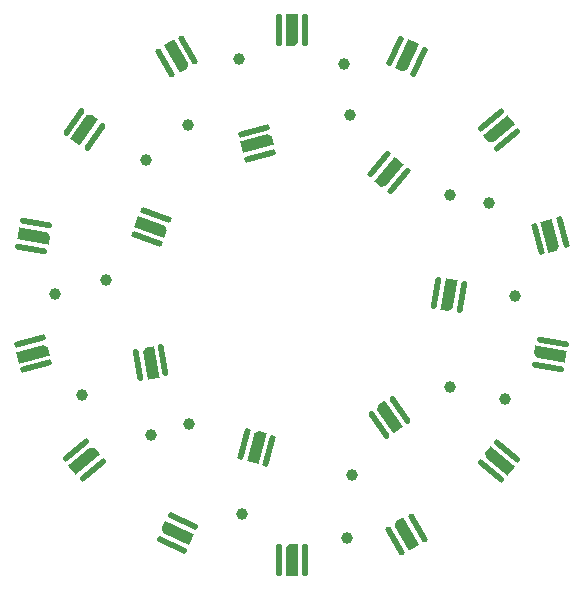
<source format=gbr>
%TF.GenerationSoftware,KiCad,Pcbnew,7.0.1*%
%TF.CreationDate,2023-12-14T16:04:10+01:00*%
%TF.ProjectId,led-ring-v2,6c65642d-7269-46e6-972d-76322e6b6963,rev?*%
%TF.SameCoordinates,Original*%
%TF.FileFunction,Paste,Top*%
%TF.FilePolarity,Positive*%
%FSLAX46Y46*%
G04 Gerber Fmt 4.6, Leading zero omitted, Abs format (unit mm)*
G04 Created by KiCad (PCBNEW 7.0.1) date 2023-12-14 16:04:10*
%MOMM*%
%LPD*%
G01*
G04 APERTURE LIST*
G04 Aperture macros list*
%AMRoundRect*
0 Rectangle with rounded corners*
0 $1 Rounding radius*
0 $2 $3 $4 $5 $6 $7 $8 $9 X,Y pos of 4 corners*
0 Add a 4 corners polygon primitive as box body*
4,1,4,$2,$3,$4,$5,$6,$7,$8,$9,$2,$3,0*
0 Add four circle primitives for the rounded corners*
1,1,$1+$1,$2,$3*
1,1,$1+$1,$4,$5*
1,1,$1+$1,$6,$7*
1,1,$1+$1,$8,$9*
0 Add four rect primitives between the rounded corners*
20,1,$1+$1,$2,$3,$4,$5,0*
20,1,$1+$1,$4,$5,$6,$7,0*
20,1,$1+$1,$6,$7,$8,$9,0*
20,1,$1+$1,$8,$9,$2,$3,0*%
%AMOutline5P*
0 Free polygon, 5 corners , with rotation*
0 The origin of the aperture is its center*
0 number of corners: always 5*
0 $1 to $10 corner X, Y*
0 $11 Rotation angle, in degrees counterclockwise*
0 create outline with 5 corners*
4,1,5,$1,$2,$3,$4,$5,$6,$7,$8,$9,$10,$1,$2,$11*%
%AMOutline6P*
0 Free polygon, 6 corners , with rotation*
0 The origin of the aperture is its center*
0 number of corners: always 6*
0 $1 to $12 corner X, Y*
0 $13 Rotation angle, in degrees counterclockwise*
0 create outline with 6 corners*
4,1,6,$1,$2,$3,$4,$5,$6,$7,$8,$9,$10,$11,$12,$1,$2,$13*%
%AMOutline7P*
0 Free polygon, 7 corners , with rotation*
0 The origin of the aperture is its center*
0 number of corners: always 7*
0 $1 to $14 corner X, Y*
0 $15 Rotation angle, in degrees counterclockwise*
0 create outline with 7 corners*
4,1,7,$1,$2,$3,$4,$5,$6,$7,$8,$9,$10,$11,$12,$13,$14,$1,$2,$15*%
%AMOutline8P*
0 Free polygon, 8 corners , with rotation*
0 The origin of the aperture is its center*
0 number of corners: always 8*
0 $1 to $16 corner X, Y*
0 $17 Rotation angle, in degrees counterclockwise*
0 create outline with 8 corners*
4,1,8,$1,$2,$3,$4,$5,$6,$7,$8,$9,$10,$11,$12,$13,$14,$15,$16,$1,$2,$17*%
G04 Aperture macros list end*
%ADD10RoundRect,0.125000X0.858056X0.883170X-1.018753X-0.691659X-0.858056X-0.883170X1.018753X0.691659X0*%
%ADD11Outline5P,-1.350000X0.500000X1.350000X0.500000X1.350000X-0.500000X-1.050000X-0.500000X-1.350000X-0.200000X220.000000*%
%ADD12RoundRect,0.125000X0.720753X-0.998381X-0.504247X1.123381X-0.720753X0.998381X0.504247X-1.123381X0*%
%ADD13Outline5P,-1.350000X0.500000X1.350000X0.500000X1.350000X-0.500000X-1.050000X-0.500000X-1.350000X-0.200000X120.000000*%
%ADD14RoundRect,0.125000X-0.125000X1.225000X-0.125000X-1.225000X0.125000X-1.225000X0.125000X1.225000X0*%
%ADD15Outline5P,-1.350000X0.500000X1.350000X0.500000X1.350000X-0.500000X-1.050000X-0.500000X-1.350000X-0.200000X270.000000*%
%ADD16RoundRect,0.125000X0.600237X1.075158X-0.805025X-0.931764X-0.600237X-1.075158X0.805025X0.931764X0*%
%ADD17Outline5P,-1.350000X0.500000X1.350000X0.500000X1.350000X-0.500000X-1.050000X-0.500000X-1.350000X-0.200000X235.000000*%
%ADD18RoundRect,0.125000X-1.018753X0.691659X0.858056X-0.883170X1.018753X-0.691659X-0.858056X0.883170X0*%
%ADD19Outline5P,-1.350000X0.500000X1.350000X0.500000X1.350000X-0.500000X-1.050000X-0.500000X-1.350000X-0.200000X320.000000*%
%ADD20RoundRect,0.125000X-1.163054X0.404419X1.057400X-0.630996X1.163054X-0.404419X-1.057400X0.630996X0*%
%ADD21Outline5P,-1.350000X0.500000X1.350000X0.500000X1.350000X-0.500000X-1.050000X-0.500000X-1.350000X-0.200000X335.000000*%
%ADD22RoundRect,0.125000X0.437794X-1.150907X-0.196313X1.215612X-0.437794X1.150907X0.196313X-1.215612X0*%
%ADD23Outline5P,-1.350000X0.500000X1.350000X0.500000X1.350000X-0.500000X-1.050000X-0.500000X-1.350000X-0.200000X105.000000*%
%ADD24RoundRect,0.125000X-0.720753X0.998381X0.504247X-1.123381X0.720753X-0.998381X-0.504247X1.123381X0*%
%ADD25Outline5P,-1.350000X0.500000X1.350000X0.500000X1.350000X-0.500000X-1.050000X-0.500000X-1.350000X-0.200000X300.000000*%
%ADD26RoundRect,0.125000X1.150907X0.437794X-1.215612X-0.196313X-1.150907X-0.437794X1.215612X0.196313X0*%
%ADD27Outline5P,-1.350000X0.500000X1.350000X0.500000X1.350000X-0.500000X-1.050000X-0.500000X-1.350000X-0.200000X195.000000*%
%ADD28RoundRect,0.125000X1.228096X-0.089618X-1.184683X0.335820X-1.228096X0.089618X1.184683X-0.335820X0*%
%ADD29Outline5P,-1.350000X0.500000X1.350000X0.500000X1.350000X-0.500000X-1.050000X-0.500000X-1.350000X-0.200000X170.000000*%
%ADD30RoundRect,0.125000X-0.404419X-1.163054X0.630996X1.057400X0.404419X1.163054X-0.630996X-1.057400X0*%
%ADD31Outline5P,-1.350000X0.500000X1.350000X0.500000X1.350000X-0.500000X-1.050000X-0.500000X-1.350000X-0.200000X65.000000*%
%ADD32RoundRect,0.125000X-0.691659X-1.018753X0.883170X0.858056X0.691659X1.018753X-0.883170X-0.858056X0*%
%ADD33Outline5P,-1.350000X0.500000X1.350000X0.500000X1.350000X-0.500000X-1.050000X-0.500000X-1.350000X-0.200000X50.000000*%
%ADD34RoundRect,0.125000X0.196313X1.215612X-0.437794X-1.150907X-0.196313X-1.215612X0.437794X1.150907X0*%
%ADD35Outline5P,-1.350000X0.500000X1.350000X0.500000X1.350000X-0.500000X-1.050000X-0.500000X-1.350000X-0.200000X255.000000*%
%ADD36RoundRect,0.125000X-0.858056X-0.883170X1.018753X0.691659X0.858056X0.883170X-1.018753X-0.691659X0*%
%ADD37Outline5P,-1.350000X0.500000X1.350000X0.500000X1.350000X-0.500000X-1.050000X-0.500000X-1.350000X-0.200000X40.000000*%
%ADD38RoundRect,0.125000X-0.335820X1.184683X0.089618X-1.228096X0.335820X-1.184683X-0.089618X1.228096X0*%
%ADD39Outline5P,-1.350000X0.500000X1.350000X0.500000X1.350000X-0.500000X-1.050000X-0.500000X-1.350000X-0.200000X280.000000*%
%ADD40RoundRect,0.125000X-0.805025X0.931764X0.600237X-1.075158X0.805025X-0.931764X-0.600237X1.075158X0*%
%ADD41Outline5P,-1.350000X0.500000X1.350000X0.500000X1.350000X-0.500000X-1.050000X-0.500000X-1.350000X-0.200000X305.000000*%
%ADD42RoundRect,0.125000X-0.089618X-1.228096X0.335820X1.184683X0.089618X1.228096X-0.335820X-1.184683X0*%
%ADD43Outline5P,-1.350000X0.500000X1.350000X0.500000X1.350000X-0.500000X-1.050000X-0.500000X-1.350000X-0.200000X80.000000*%
%ADD44RoundRect,0.125000X-1.228096X0.089618X1.184683X-0.335820X1.228096X-0.089618X-1.184683X0.335820X0*%
%ADD45Outline5P,-1.350000X0.500000X1.350000X0.500000X1.350000X-0.500000X-1.050000X-0.500000X-1.350000X-0.200000X350.000000*%
%ADD46RoundRect,0.125000X1.193876X-0.301513X-1.108371X0.536436X-1.193876X0.301513X1.108371X-0.536436X0*%
%ADD47Outline5P,-1.350000X0.500000X1.350000X0.500000X1.350000X-0.500000X-1.050000X-0.500000X-1.350000X-0.200000X160.000000*%
%ADD48RoundRect,0.125000X0.125000X-1.225000X0.125000X1.225000X-0.125000X1.225000X-0.125000X-1.225000X0*%
%ADD49Outline5P,-1.350000X0.500000X1.350000X0.500000X1.350000X-0.500000X-1.050000X-0.500000X-1.350000X-0.200000X90.000000*%
%ADD50C,1.000000*%
G04 APERTURE END LIST*
D10*
%TO.C,D10*%
X-18257066Y-13157351D03*
X-16842934Y-14842649D03*
D11*
X-17550000Y-14000000D03*
%TD*%
D12*
%TO.C,D16*%
X-8797372Y20750000D03*
X-10702628Y19650000D03*
D13*
X-9750000Y20200000D03*
%TD*%
D14*
%TO.C,D6*%
X-1100000Y-22450000D03*
X1100000Y-22450000D03*
D15*
X0Y-22450000D03*
%TD*%
D16*
%TO.C,D14*%
X-18451067Y14630934D03*
X-16648933Y13369066D03*
D17*
X-17550000Y14000000D03*
%TD*%
D18*
%TO.C,D3*%
X16842934Y-14892649D03*
X18257066Y-13207351D03*
D19*
X17550000Y-14050000D03*
%TD*%
D20*
%TO.C,D7*%
X-10164880Y-21146939D03*
X-9235120Y-19153061D03*
D21*
X-9700000Y-20150000D03*
%TD*%
D22*
%TO.C,D21*%
X22962518Y5284701D03*
X20837482Y4715299D03*
D23*
X21900000Y5000000D03*
%TD*%
D24*
%TO.C,D5*%
X8747372Y-20800000D03*
X10652628Y-19700000D03*
D25*
X9700000Y-20250000D03*
%TD*%
D26*
%TO.C,D15*%
X-3234701Y13912518D03*
X-2665299Y11787482D03*
D27*
X-2950000Y12850000D03*
%TD*%
D28*
%TO.C,D12*%
X-21658987Y6083289D03*
X-22041013Y3916711D03*
D29*
X-21850000Y5000000D03*
%TD*%
D30*
%TO.C,D18*%
X10746939Y19735120D03*
X8753061Y20664880D03*
D31*
X9750000Y20200000D03*
%TD*%
D26*
%TO.C,D11*%
X-22184701Y-3937482D03*
X-21615299Y-6062518D03*
D27*
X-21900000Y-5000000D03*
%TD*%
D32*
%TO.C,D19*%
X9092649Y9642934D03*
X7407351Y11057066D03*
D33*
X8250000Y10350000D03*
%TD*%
D34*
%TO.C,D8*%
X-4012518Y-12615299D03*
X-1887482Y-13184701D03*
D35*
X-2950000Y-12900000D03*
%TD*%
D36*
%TO.C,D20*%
X18257066Y13107351D03*
X16842934Y14792649D03*
D37*
X17550000Y13950000D03*
%TD*%
D38*
%TO.C,D9*%
X-13033289Y-5941013D03*
X-10866711Y-5558987D03*
D39*
X-11950000Y-5750000D03*
%TD*%
D40*
%TO.C,D4*%
X7348933Y-10980934D03*
X9151067Y-9719066D03*
D41*
X8250000Y-10350000D03*
%TD*%
D42*
%TO.C,D1*%
X14383289Y-191013D03*
X12216711Y191013D03*
D43*
X13300000Y0D03*
%TD*%
D44*
%TO.C,D2*%
X21708987Y-6133289D03*
X22091013Y-3966711D03*
D45*
X21900000Y-5050000D03*
%TD*%
D46*
%TO.C,D13*%
X-11523778Y6783662D03*
X-12276222Y4716338D03*
D47*
X-11900000Y5750000D03*
%TD*%
D48*
%TO.C,D17*%
X1100000Y22450000D03*
X-1100000Y22450000D03*
D49*
X0Y22450000D03*
%TD*%
D50*
%TO.C,TP13*%
X-8770000Y14370000D03*
%TD*%
%TO.C,TP6*%
X-4250000Y-18540000D03*
%TD*%
%TO.C,TP4*%
X5080000Y-15290000D03*
%TD*%
%TO.C,TP2*%
X18090000Y-8810000D03*
%TD*%
%TO.C,TP16*%
X4900000Y15230000D03*
%TD*%
%TO.C,TP11*%
X-15740000Y1260000D03*
%TD*%
%TO.C,TP18*%
X16710000Y7810000D03*
%TD*%
%TO.C,TP12*%
X-12340000Y11440000D03*
%TD*%
%TO.C,TP5*%
X4670000Y-20590000D03*
%TD*%
%TO.C,TP17*%
X13370000Y8430000D03*
%TD*%
%TO.C,TP3*%
X13380000Y-7820000D03*
%TD*%
%TO.C,TP8*%
X-11880000Y-11870000D03*
%TD*%
%TO.C,TP7*%
X-8720000Y-10900000D03*
%TD*%
%TO.C,TP14*%
X-4430000Y19970000D03*
%TD*%
%TO.C,TP10*%
X-20060000Y40000D03*
%TD*%
%TO.C,TP9*%
X-17780000Y-8490000D03*
%TD*%
%TO.C,TP15*%
X4430000Y19560000D03*
%TD*%
%TO.C,TP1*%
X18920000Y-110000D03*
%TD*%
M02*

</source>
